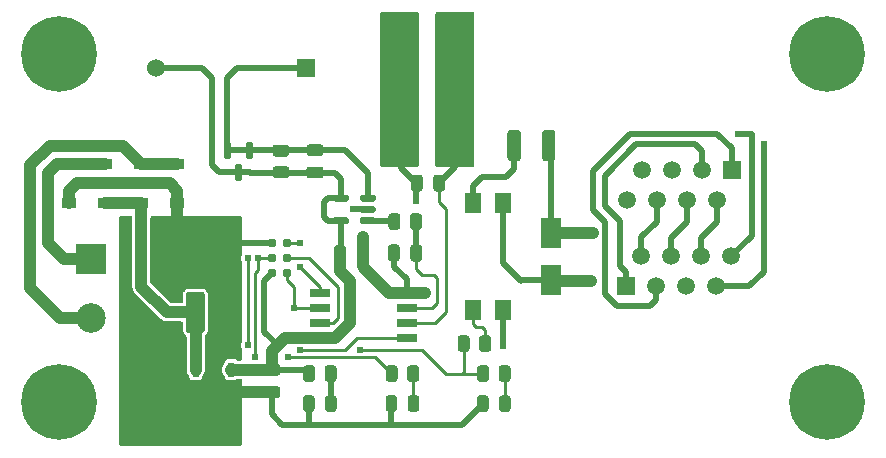
<source format=gtl>
G04 #@! TF.GenerationSoftware,KiCad,Pcbnew,6.0.2+dfsg-1*
G04 #@! TF.CreationDate,2024-04-05T20:58:32-06:00*
G04 #@! TF.ProjectId,mss-crossover,6d73732d-6372-46f7-9373-6f7665722e6b,rev?*
G04 #@! TF.SameCoordinates,Original*
G04 #@! TF.FileFunction,Copper,L1,Top*
G04 #@! TF.FilePolarity,Positive*
%FSLAX46Y46*%
G04 Gerber Fmt 4.6, Leading zero omitted, Abs format (unit mm)*
G04 Created by KiCad (PCBNEW 6.0.2+dfsg-1) date 2024-04-05 20:58:32*
%MOMM*%
%LPD*%
G01*
G04 APERTURE LIST*
G04 #@! TA.AperFunction,SMDPad,CuDef*
%ADD10R,1.800000X2.500000*%
G04 #@! TD*
G04 #@! TA.AperFunction,ComponentPad*
%ADD11C,6.400000*%
G04 #@! TD*
G04 #@! TA.AperFunction,ComponentPad*
%ADD12R,1.500000X1.500000*%
G04 #@! TD*
G04 #@! TA.AperFunction,ComponentPad*
%ADD13C,1.500000*%
G04 #@! TD*
G04 #@! TA.AperFunction,SMDPad,CuDef*
%ADD14R,1.200000X0.900000*%
G04 #@! TD*
G04 #@! TA.AperFunction,ComponentPad*
%ADD15R,2.500000X2.500000*%
G04 #@! TD*
G04 #@! TA.AperFunction,ComponentPad*
%ADD16C,2.500000*%
G04 #@! TD*
G04 #@! TA.AperFunction,SMDPad,CuDef*
%ADD17R,1.700000X0.650000*%
G04 #@! TD*
G04 #@! TA.AperFunction,SMDPad,CuDef*
%ADD18R,0.550000X1.300000*%
G04 #@! TD*
G04 #@! TA.AperFunction,ComponentPad*
%ADD19R,1.524000X1.524000*%
G04 #@! TD*
G04 #@! TA.AperFunction,ComponentPad*
%ADD20C,1.524000*%
G04 #@! TD*
G04 #@! TA.AperFunction,ConnectorPad*
%ADD21C,0.787400*%
G04 #@! TD*
G04 #@! TA.AperFunction,SMDPad,CuDef*
%ADD22R,1.397000X1.701800*%
G04 #@! TD*
G04 #@! TA.AperFunction,ViaPad*
%ADD23C,0.609600*%
G04 #@! TD*
G04 #@! TA.AperFunction,Conductor*
%ADD24C,1.016000*%
G04 #@! TD*
G04 #@! TA.AperFunction,Conductor*
%ADD25C,0.508000*%
G04 #@! TD*
G04 #@! TA.AperFunction,Conductor*
%ADD26C,0.635000*%
G04 #@! TD*
G04 #@! TA.AperFunction,Conductor*
%ADD27C,0.254000*%
G04 #@! TD*
G04 APERTURE END LIST*
G04 #@! TA.AperFunction,SMDPad,CuDef*
G36*
G01*
X53033000Y-175354000D02*
X53033000Y-174404000D01*
G75*
G02*
X53283000Y-174154000I250000J0D01*
G01*
X53783000Y-174154000D01*
G75*
G02*
X54033000Y-174404000I0J-250000D01*
G01*
X54033000Y-175354000D01*
G75*
G02*
X53783000Y-175604000I-250000J0D01*
G01*
X53283000Y-175604000D01*
G75*
G02*
X53033000Y-175354000I0J250000D01*
G01*
G37*
G04 #@! TD.AperFunction*
G04 #@! TA.AperFunction,SMDPad,CuDef*
G36*
G01*
X54933000Y-175354000D02*
X54933000Y-174404000D01*
G75*
G02*
X55183000Y-174154000I250000J0D01*
G01*
X55683000Y-174154000D01*
G75*
G02*
X55933000Y-174404000I0J-250000D01*
G01*
X55933000Y-175354000D01*
G75*
G02*
X55683000Y-175604000I-250000J0D01*
G01*
X55183000Y-175604000D01*
G75*
G02*
X54933000Y-175354000I0J250000D01*
G01*
G37*
G04 #@! TD.AperFunction*
D10*
X71374000Y-173133000D03*
X71374000Y-177133000D03*
G04 #@! TA.AperFunction,SMDPad,CuDef*
G36*
G01*
X57376000Y-185489000D02*
X57376000Y-184589000D01*
G75*
G02*
X57626000Y-184339000I250000J0D01*
G01*
X58151000Y-184339000D01*
G75*
G02*
X58401000Y-184589000I0J-250000D01*
G01*
X58401000Y-185489000D01*
G75*
G02*
X58151000Y-185739000I-250000J0D01*
G01*
X57626000Y-185739000D01*
G75*
G02*
X57376000Y-185489000I0J250000D01*
G01*
G37*
G04 #@! TD.AperFunction*
G04 #@! TA.AperFunction,SMDPad,CuDef*
G36*
G01*
X59201000Y-185489000D02*
X59201000Y-184589000D01*
G75*
G02*
X59451000Y-184339000I250000J0D01*
G01*
X59976000Y-184339000D01*
G75*
G02*
X60226000Y-184589000I0J-250000D01*
G01*
X60226000Y-185489000D01*
G75*
G02*
X59976000Y-185739000I-250000J0D01*
G01*
X59451000Y-185739000D01*
G75*
G02*
X59201000Y-185489000I0J250000D01*
G01*
G37*
G04 #@! TD.AperFunction*
D11*
X94742000Y-187452000D03*
D12*
X86705500Y-167787000D03*
D13*
X85435500Y-170327000D03*
X84165500Y-167787000D03*
X82895500Y-170327000D03*
X81625500Y-167787000D03*
X80355500Y-170327000D03*
X79085500Y-167787000D03*
X77815500Y-170327000D03*
G04 #@! TA.AperFunction,SMDPad,CuDef*
G36*
G01*
X66322000Y-182049000D02*
X66322000Y-182949000D01*
G75*
G02*
X66072000Y-183199000I-250000J0D01*
G01*
X65547000Y-183199000D01*
G75*
G02*
X65297000Y-182949000I0J250000D01*
G01*
X65297000Y-182049000D01*
G75*
G02*
X65547000Y-181799000I250000J0D01*
G01*
X66072000Y-181799000D01*
G75*
G02*
X66322000Y-182049000I0J-250000D01*
G01*
G37*
G04 #@! TD.AperFunction*
G04 #@! TA.AperFunction,SMDPad,CuDef*
G36*
G01*
X64497000Y-182049000D02*
X64497000Y-182949000D01*
G75*
G02*
X64247000Y-183199000I-250000J0D01*
G01*
X63722000Y-183199000D01*
G75*
G02*
X63472000Y-182949000I0J250000D01*
G01*
X63472000Y-182049000D01*
G75*
G02*
X63722000Y-181799000I250000J0D01*
G01*
X64247000Y-181799000D01*
G75*
G02*
X64497000Y-182049000I0J-250000D01*
G01*
G37*
G04 #@! TD.AperFunction*
G04 #@! TA.AperFunction,SMDPad,CuDef*
G36*
G01*
X50391000Y-188035250D02*
X50391000Y-187122750D01*
G75*
G02*
X50634750Y-186879000I243750J0D01*
G01*
X51122250Y-186879000D01*
G75*
G02*
X51366000Y-187122750I0J-243750D01*
G01*
X51366000Y-188035250D01*
G75*
G02*
X51122250Y-188279000I-243750J0D01*
G01*
X50634750Y-188279000D01*
G75*
G02*
X50391000Y-188035250I0J243750D01*
G01*
G37*
G04 #@! TD.AperFunction*
G04 #@! TA.AperFunction,SMDPad,CuDef*
G36*
G01*
X52266000Y-188035250D02*
X52266000Y-187122750D01*
G75*
G02*
X52509750Y-186879000I243750J0D01*
G01*
X52997250Y-186879000D01*
G75*
G02*
X53241000Y-187122750I0J-243750D01*
G01*
X53241000Y-188035250D01*
G75*
G02*
X52997250Y-188279000I-243750J0D01*
G01*
X52509750Y-188279000D01*
G75*
G02*
X52266000Y-188035250I0J243750D01*
G01*
G37*
G04 #@! TD.AperFunction*
G04 #@! TA.AperFunction,SMDPad,CuDef*
G36*
G01*
X53241000Y-184589000D02*
X53241000Y-185489000D01*
G75*
G02*
X52991000Y-185739000I-250000J0D01*
G01*
X52466000Y-185739000D01*
G75*
G02*
X52216000Y-185489000I0J250000D01*
G01*
X52216000Y-184589000D01*
G75*
G02*
X52466000Y-184339000I250000J0D01*
G01*
X52991000Y-184339000D01*
G75*
G02*
X53241000Y-184589000I0J-250000D01*
G01*
G37*
G04 #@! TD.AperFunction*
G04 #@! TA.AperFunction,SMDPad,CuDef*
G36*
G01*
X51416000Y-184589000D02*
X51416000Y-185489000D01*
G75*
G02*
X51166000Y-185739000I-250000J0D01*
G01*
X50641000Y-185739000D01*
G75*
G02*
X50391000Y-185489000I0J250000D01*
G01*
X50391000Y-184589000D01*
G75*
G02*
X50641000Y-184339000I250000J0D01*
G01*
X51166000Y-184339000D01*
G75*
G02*
X51416000Y-184589000I0J-250000D01*
G01*
G37*
G04 #@! TD.AperFunction*
D11*
X94742000Y-157988000D03*
D14*
X36703000Y-170560000D03*
X36703000Y-167260000D03*
D12*
X77759500Y-177653000D03*
D13*
X79029500Y-175113000D03*
X80299500Y-177653000D03*
X81569500Y-175113000D03*
X82839500Y-177653000D03*
X84109500Y-175113000D03*
X85379500Y-177653000D03*
X86649500Y-175113000D03*
G04 #@! TA.AperFunction,SMDPad,CuDef*
G36*
G01*
X57376000Y-188035250D02*
X57376000Y-187122750D01*
G75*
G02*
X57619750Y-186879000I243750J0D01*
G01*
X58107250Y-186879000D01*
G75*
G02*
X58351000Y-187122750I0J-243750D01*
G01*
X58351000Y-188035250D01*
G75*
G02*
X58107250Y-188279000I-243750J0D01*
G01*
X57619750Y-188279000D01*
G75*
G02*
X57376000Y-188035250I0J243750D01*
G01*
G37*
G04 #@! TD.AperFunction*
G04 #@! TA.AperFunction,SMDPad,CuDef*
G36*
G01*
X59251000Y-188035250D02*
X59251000Y-187122750D01*
G75*
G02*
X59494750Y-186879000I243750J0D01*
G01*
X59982250Y-186879000D01*
G75*
G02*
X60226000Y-187122750I0J-243750D01*
G01*
X60226000Y-188035250D01*
G75*
G02*
X59982250Y-188279000I-243750J0D01*
G01*
X59494750Y-188279000D01*
G75*
G02*
X59251000Y-188035250I0J243750D01*
G01*
G37*
G04 #@! TD.AperFunction*
G04 #@! TA.AperFunction,SMDPad,CuDef*
G36*
G01*
X62410000Y-168435000D02*
X62410000Y-169385000D01*
G75*
G02*
X62160000Y-169635000I-250000J0D01*
G01*
X61660000Y-169635000D01*
G75*
G02*
X61410000Y-169385000I0J250000D01*
G01*
X61410000Y-168435000D01*
G75*
G02*
X61660000Y-168185000I250000J0D01*
G01*
X62160000Y-168185000D01*
G75*
G02*
X62410000Y-168435000I0J-250000D01*
G01*
G37*
G04 #@! TD.AperFunction*
G04 #@! TA.AperFunction,SMDPad,CuDef*
G36*
G01*
X60510000Y-168435000D02*
X60510000Y-169385000D01*
G75*
G02*
X60260000Y-169635000I-250000J0D01*
G01*
X59760000Y-169635000D01*
G75*
G02*
X59510000Y-169385000I0J250000D01*
G01*
X59510000Y-168435000D01*
G75*
G02*
X59760000Y-168185000I250000J0D01*
G01*
X60260000Y-168185000D01*
G75*
G02*
X60510000Y-168435000I0J-250000D01*
G01*
G37*
G04 #@! TD.AperFunction*
G04 #@! TA.AperFunction,SMDPad,CuDef*
G36*
G01*
X71748000Y-164660000D02*
X71748000Y-166810000D01*
G75*
G02*
X71498000Y-167060000I-250000J0D01*
G01*
X70873000Y-167060000D01*
G75*
G02*
X70623000Y-166810000I0J250000D01*
G01*
X70623000Y-164660000D01*
G75*
G02*
X70873000Y-164410000I250000J0D01*
G01*
X71498000Y-164410000D01*
G75*
G02*
X71748000Y-164660000I0J-250000D01*
G01*
G37*
G04 #@! TD.AperFunction*
G04 #@! TA.AperFunction,SMDPad,CuDef*
G36*
G01*
X68823000Y-164660000D02*
X68823000Y-166810000D01*
G75*
G02*
X68573000Y-167060000I-250000J0D01*
G01*
X67948000Y-167060000D01*
G75*
G02*
X67698000Y-166810000I0J250000D01*
G01*
X67698000Y-164660000D01*
G75*
G02*
X67948000Y-164410000I250000J0D01*
G01*
X68573000Y-164410000D01*
G75*
G02*
X68823000Y-164660000I0J-250000D01*
G01*
G37*
G04 #@! TD.AperFunction*
D15*
X32466000Y-175300000D03*
D16*
X32466000Y-180300000D03*
D17*
X59149000Y-181991000D03*
X59149000Y-180721000D03*
X59149000Y-179451000D03*
X59149000Y-178181000D03*
X51849000Y-178181000D03*
X51849000Y-179451000D03*
X51849000Y-180721000D03*
X51849000Y-181991000D03*
G04 #@! TA.AperFunction,SMDPad,CuDef*
G36*
G01*
X48964000Y-168496000D02*
X48064000Y-168496000D01*
G75*
G02*
X47814000Y-168246000I0J250000D01*
G01*
X47814000Y-167721000D01*
G75*
G02*
X48064000Y-167471000I250000J0D01*
G01*
X48964000Y-167471000D01*
G75*
G02*
X49214000Y-167721000I0J-250000D01*
G01*
X49214000Y-168246000D01*
G75*
G02*
X48964000Y-168496000I-250000J0D01*
G01*
G37*
G04 #@! TD.AperFunction*
G04 #@! TA.AperFunction,SMDPad,CuDef*
G36*
G01*
X48964000Y-166671000D02*
X48064000Y-166671000D01*
G75*
G02*
X47814000Y-166421000I0J250000D01*
G01*
X47814000Y-165896000D01*
G75*
G02*
X48064000Y-165646000I250000J0D01*
G01*
X48964000Y-165646000D01*
G75*
G02*
X49214000Y-165896000I0J-250000D01*
G01*
X49214000Y-166421000D01*
G75*
G02*
X48964000Y-166671000I-250000J0D01*
G01*
G37*
G04 #@! TD.AperFunction*
D14*
X30607000Y-167260000D03*
X30607000Y-170560000D03*
D18*
X44299000Y-184697500D03*
G04 #@! TA.AperFunction,SMDPad,CuDef*
G36*
X41874000Y-188647500D02*
G01*
X41874000Y-186047500D01*
X42399000Y-185522500D01*
X42399000Y-184047500D01*
X43199000Y-184047500D01*
X43199000Y-185522500D01*
X43724000Y-186047500D01*
X43724000Y-188647500D01*
X41874000Y-188647500D01*
G37*
G04 #@! TD.AperFunction*
X41299000Y-184697500D03*
G04 #@! TA.AperFunction,SMDPad,CuDef*
G36*
G01*
X47277000Y-184224000D02*
X48227000Y-184224000D01*
G75*
G02*
X48477000Y-184474000I0J-250000D01*
G01*
X48477000Y-184974000D01*
G75*
G02*
X48227000Y-185224000I-250000J0D01*
G01*
X47277000Y-185224000D01*
G75*
G02*
X47027000Y-184974000I0J250000D01*
G01*
X47027000Y-184474000D01*
G75*
G02*
X47277000Y-184224000I250000J0D01*
G01*
G37*
G04 #@! TD.AperFunction*
G04 #@! TA.AperFunction,SMDPad,CuDef*
G36*
G01*
X47277000Y-186124000D02*
X48227000Y-186124000D01*
G75*
G02*
X48477000Y-186374000I0J-250000D01*
G01*
X48477000Y-186874000D01*
G75*
G02*
X48227000Y-187124000I-250000J0D01*
G01*
X47277000Y-187124000D01*
G75*
G02*
X47027000Y-186874000I0J250000D01*
G01*
X47027000Y-186374000D01*
G75*
G02*
X47277000Y-186124000I250000J0D01*
G01*
G37*
G04 #@! TD.AperFunction*
G04 #@! TA.AperFunction,SMDPad,CuDef*
G36*
G01*
X41825000Y-181615000D02*
X40725000Y-181615000D01*
G75*
G02*
X40475000Y-181365000I0J250000D01*
G01*
X40475000Y-178365000D01*
G75*
G02*
X40725000Y-178115000I250000J0D01*
G01*
X41825000Y-178115000D01*
G75*
G02*
X42075000Y-178365000I0J-250000D01*
G01*
X42075000Y-181365000D01*
G75*
G02*
X41825000Y-181615000I-250000J0D01*
G01*
G37*
G04 #@! TD.AperFunction*
G04 #@! TA.AperFunction,SMDPad,CuDef*
G36*
G01*
X41825000Y-176215000D02*
X40725000Y-176215000D01*
G75*
G02*
X40475000Y-175965000I0J250000D01*
G01*
X40475000Y-172965000D01*
G75*
G02*
X40725000Y-172715000I250000J0D01*
G01*
X41825000Y-172715000D01*
G75*
G02*
X42075000Y-172965000I0J-250000D01*
G01*
X42075000Y-175965000D01*
G75*
G02*
X41825000Y-176215000I-250000J0D01*
G01*
G37*
G04 #@! TD.AperFunction*
G04 #@! TA.AperFunction,SMDPad,CuDef*
G36*
G01*
X50923250Y-165621000D02*
X51873250Y-165621000D01*
G75*
G02*
X52123250Y-165871000I0J-250000D01*
G01*
X52123250Y-166371000D01*
G75*
G02*
X51873250Y-166621000I-250000J0D01*
G01*
X50923250Y-166621000D01*
G75*
G02*
X50673250Y-166371000I0J250000D01*
G01*
X50673250Y-165871000D01*
G75*
G02*
X50923250Y-165621000I250000J0D01*
G01*
G37*
G04 #@! TD.AperFunction*
G04 #@! TA.AperFunction,SMDPad,CuDef*
G36*
G01*
X50923250Y-167521000D02*
X51873250Y-167521000D01*
G75*
G02*
X52123250Y-167771000I0J-250000D01*
G01*
X52123250Y-168271000D01*
G75*
G02*
X51873250Y-168521000I-250000J0D01*
G01*
X50923250Y-168521000D01*
G75*
G02*
X50673250Y-168271000I0J250000D01*
G01*
X50673250Y-167771000D01*
G75*
G02*
X50923250Y-167521000I250000J0D01*
G01*
G37*
G04 #@! TD.AperFunction*
G04 #@! TA.AperFunction,SMDPad,CuDef*
G36*
G01*
X60456500Y-171717250D02*
X60456500Y-172617250D01*
G75*
G02*
X60206500Y-172867250I-250000J0D01*
G01*
X59681500Y-172867250D01*
G75*
G02*
X59431500Y-172617250I0J250000D01*
G01*
X59431500Y-171717250D01*
G75*
G02*
X59681500Y-171467250I250000J0D01*
G01*
X60206500Y-171467250D01*
G75*
G02*
X60456500Y-171717250I0J-250000D01*
G01*
G37*
G04 #@! TD.AperFunction*
G04 #@! TA.AperFunction,SMDPad,CuDef*
G36*
G01*
X58631500Y-171717250D02*
X58631500Y-172617250D01*
G75*
G02*
X58381500Y-172867250I-250000J0D01*
G01*
X57856500Y-172867250D01*
G75*
G02*
X57606500Y-172617250I0J250000D01*
G01*
X57606500Y-171717250D01*
G75*
G02*
X57856500Y-171467250I250000J0D01*
G01*
X58381500Y-171467250D01*
G75*
G02*
X58631500Y-171717250I0J-250000D01*
G01*
G37*
G04 #@! TD.AperFunction*
D11*
X29718000Y-187452000D03*
X29718000Y-157988000D03*
D14*
X33655000Y-170560000D03*
X33655000Y-167260000D03*
D19*
X50607000Y-159192000D03*
D20*
X37907000Y-159192000D03*
D14*
X39751000Y-167260000D03*
X39751000Y-170560000D03*
G04 #@! TA.AperFunction,SMDPad,CuDef*
G36*
G01*
X45721250Y-165396000D02*
X46021250Y-165396000D01*
G75*
G02*
X46171250Y-165546000I0J-150000D01*
G01*
X46171250Y-166721000D01*
G75*
G02*
X46021250Y-166871000I-150000J0D01*
G01*
X45721250Y-166871000D01*
G75*
G02*
X45571250Y-166721000I0J150000D01*
G01*
X45571250Y-165546000D01*
G75*
G02*
X45721250Y-165396000I150000J0D01*
G01*
G37*
G04 #@! TD.AperFunction*
G04 #@! TA.AperFunction,SMDPad,CuDef*
G36*
G01*
X43821250Y-165396000D02*
X44121250Y-165396000D01*
G75*
G02*
X44271250Y-165546000I0J-150000D01*
G01*
X44271250Y-166721000D01*
G75*
G02*
X44121250Y-166871000I-150000J0D01*
G01*
X43821250Y-166871000D01*
G75*
G02*
X43671250Y-166721000I0J150000D01*
G01*
X43671250Y-165546000D01*
G75*
G02*
X43821250Y-165396000I150000J0D01*
G01*
G37*
G04 #@! TD.AperFunction*
G04 #@! TA.AperFunction,SMDPad,CuDef*
G36*
G01*
X44771250Y-167271000D02*
X45071250Y-167271000D01*
G75*
G02*
X45221250Y-167421000I0J-150000D01*
G01*
X45221250Y-168596000D01*
G75*
G02*
X45071250Y-168746000I-150000J0D01*
G01*
X44771250Y-168746000D01*
G75*
G02*
X44621250Y-168596000I0J150000D01*
G01*
X44621250Y-167421000D01*
G75*
G02*
X44771250Y-167271000I150000J0D01*
G01*
G37*
G04 #@! TD.AperFunction*
G04 #@! TA.AperFunction,SMDPad,CuDef*
G36*
G01*
X56531500Y-171935000D02*
X56531500Y-172235000D01*
G75*
G02*
X56381500Y-172385000I-150000J0D01*
G01*
X55356500Y-172385000D01*
G75*
G02*
X55206500Y-172235000I0J150000D01*
G01*
X55206500Y-171935000D01*
G75*
G02*
X55356500Y-171785000I150000J0D01*
G01*
X56381500Y-171785000D01*
G75*
G02*
X56531500Y-171935000I0J-150000D01*
G01*
G37*
G04 #@! TD.AperFunction*
G04 #@! TA.AperFunction,SMDPad,CuDef*
G36*
G01*
X56531500Y-170985000D02*
X56531500Y-171285000D01*
G75*
G02*
X56381500Y-171435000I-150000J0D01*
G01*
X55356500Y-171435000D01*
G75*
G02*
X55206500Y-171285000I0J150000D01*
G01*
X55206500Y-170985000D01*
G75*
G02*
X55356500Y-170835000I150000J0D01*
G01*
X56381500Y-170835000D01*
G75*
G02*
X56531500Y-170985000I0J-150000D01*
G01*
G37*
G04 #@! TD.AperFunction*
G04 #@! TA.AperFunction,SMDPad,CuDef*
G36*
G01*
X56531500Y-170035000D02*
X56531500Y-170335000D01*
G75*
G02*
X56381500Y-170485000I-150000J0D01*
G01*
X55356500Y-170485000D01*
G75*
G02*
X55206500Y-170335000I0J150000D01*
G01*
X55206500Y-170035000D01*
G75*
G02*
X55356500Y-169885000I150000J0D01*
G01*
X56381500Y-169885000D01*
G75*
G02*
X56531500Y-170035000I0J-150000D01*
G01*
G37*
G04 #@! TD.AperFunction*
G04 #@! TA.AperFunction,SMDPad,CuDef*
G36*
G01*
X54256500Y-170035000D02*
X54256500Y-170335000D01*
G75*
G02*
X54106500Y-170485000I-150000J0D01*
G01*
X53081500Y-170485000D01*
G75*
G02*
X52931500Y-170335000I0J150000D01*
G01*
X52931500Y-170035000D01*
G75*
G02*
X53081500Y-169885000I150000J0D01*
G01*
X54106500Y-169885000D01*
G75*
G02*
X54256500Y-170035000I0J-150000D01*
G01*
G37*
G04 #@! TD.AperFunction*
G04 #@! TA.AperFunction,SMDPad,CuDef*
G36*
G01*
X54256500Y-171935000D02*
X54256500Y-172235000D01*
G75*
G02*
X54106500Y-172385000I-150000J0D01*
G01*
X53081500Y-172385000D01*
G75*
G02*
X52931500Y-172235000I0J150000D01*
G01*
X52931500Y-171935000D01*
G75*
G02*
X53081500Y-171785000I150000J0D01*
G01*
X54106500Y-171785000D01*
G75*
G02*
X54256500Y-171935000I0J-150000D01*
G01*
G37*
G04 #@! TD.AperFunction*
D21*
X49022000Y-176530000D03*
X47752000Y-176530000D03*
X49022000Y-175260000D03*
X47752000Y-175260000D03*
X49022000Y-173990000D03*
X47752000Y-173990000D03*
G04 #@! TA.AperFunction,SMDPad,CuDef*
G36*
G01*
X60481500Y-174359250D02*
X60481500Y-175309250D01*
G75*
G02*
X60231500Y-175559250I-250000J0D01*
G01*
X59731500Y-175559250D01*
G75*
G02*
X59481500Y-175309250I0J250000D01*
G01*
X59481500Y-174359250D01*
G75*
G02*
X59731500Y-174109250I250000J0D01*
G01*
X60231500Y-174109250D01*
G75*
G02*
X60481500Y-174359250I0J-250000D01*
G01*
G37*
G04 #@! TD.AperFunction*
G04 #@! TA.AperFunction,SMDPad,CuDef*
G36*
G01*
X58581500Y-174359250D02*
X58581500Y-175309250D01*
G75*
G02*
X58331500Y-175559250I-250000J0D01*
G01*
X57831500Y-175559250D01*
G75*
G02*
X57581500Y-175309250I0J250000D01*
G01*
X57581500Y-174359250D01*
G75*
G02*
X57831500Y-174109250I250000J0D01*
G01*
X58331500Y-174109250D01*
G75*
G02*
X58581500Y-174359250I0J-250000D01*
G01*
G37*
G04 #@! TD.AperFunction*
G04 #@! TA.AperFunction,SMDPad,CuDef*
G36*
G01*
X65123000Y-185489000D02*
X65123000Y-184589000D01*
G75*
G02*
X65373000Y-184339000I250000J0D01*
G01*
X65898000Y-184339000D01*
G75*
G02*
X66148000Y-184589000I0J-250000D01*
G01*
X66148000Y-185489000D01*
G75*
G02*
X65898000Y-185739000I-250000J0D01*
G01*
X65373000Y-185739000D01*
G75*
G02*
X65123000Y-185489000I0J250000D01*
G01*
G37*
G04 #@! TD.AperFunction*
G04 #@! TA.AperFunction,SMDPad,CuDef*
G36*
G01*
X66948000Y-185489000D02*
X66948000Y-184589000D01*
G75*
G02*
X67198000Y-184339000I250000J0D01*
G01*
X67723000Y-184339000D01*
G75*
G02*
X67973000Y-184589000I0J-250000D01*
G01*
X67973000Y-185489000D01*
G75*
G02*
X67723000Y-185739000I-250000J0D01*
G01*
X67198000Y-185739000D01*
G75*
G02*
X66948000Y-185489000I0J250000D01*
G01*
G37*
G04 #@! TD.AperFunction*
G04 #@! TA.AperFunction,SMDPad,CuDef*
G36*
G01*
X65123000Y-188035250D02*
X65123000Y-187122750D01*
G75*
G02*
X65366750Y-186879000I243750J0D01*
G01*
X65854250Y-186879000D01*
G75*
G02*
X66098000Y-187122750I0J-243750D01*
G01*
X66098000Y-188035250D01*
G75*
G02*
X65854250Y-188279000I-243750J0D01*
G01*
X65366750Y-188279000D01*
G75*
G02*
X65123000Y-188035250I0J243750D01*
G01*
G37*
G04 #@! TD.AperFunction*
G04 #@! TA.AperFunction,SMDPad,CuDef*
G36*
G01*
X66998000Y-188035250D02*
X66998000Y-187122750D01*
G75*
G02*
X67241750Y-186879000I243750J0D01*
G01*
X67729250Y-186879000D01*
G75*
G02*
X67973000Y-187122750I0J-243750D01*
G01*
X67973000Y-188035250D01*
G75*
G02*
X67729250Y-188279000I-243750J0D01*
G01*
X67241750Y-188279000D01*
G75*
G02*
X66998000Y-188035250I0J243750D01*
G01*
G37*
G04 #@! TD.AperFunction*
D22*
X64770000Y-179641500D03*
X67310000Y-179641500D03*
X67310000Y-170624500D03*
X64770000Y-170624500D03*
G04 #@! TA.AperFunction,SMDPad,CuDef*
G36*
G01*
X63752000Y-157495000D02*
X62648000Y-157495000D01*
G75*
G02*
X62510000Y-157357000I0J138000D01*
G01*
X62510000Y-155533000D01*
G75*
G02*
X62648000Y-155395000I138000J0D01*
G01*
X63752000Y-155395000D01*
G75*
G02*
X63890000Y-155533000I0J-138000D01*
G01*
X63890000Y-157357000D01*
G75*
G02*
X63752000Y-157495000I-138000J0D01*
G01*
G37*
G04 #@! TD.AperFunction*
G04 #@! TA.AperFunction,SMDPad,CuDef*
G36*
G01*
X63752000Y-166595000D02*
X62648000Y-166595000D01*
G75*
G02*
X62510000Y-166457000I0J138000D01*
G01*
X62510000Y-164633000D01*
G75*
G02*
X62648000Y-164495000I138000J0D01*
G01*
X63752000Y-164495000D01*
G75*
G02*
X63890000Y-164633000I0J-138000D01*
G01*
X63890000Y-166457000D01*
G75*
G02*
X63752000Y-166595000I-138000J0D01*
G01*
G37*
G04 #@! TD.AperFunction*
G04 #@! TA.AperFunction,SMDPad,CuDef*
G36*
G01*
X59272000Y-157495000D02*
X58168000Y-157495000D01*
G75*
G02*
X58030000Y-157357000I0J138000D01*
G01*
X58030000Y-155533000D01*
G75*
G02*
X58168000Y-155395000I138000J0D01*
G01*
X59272000Y-155395000D01*
G75*
G02*
X59410000Y-155533000I0J-138000D01*
G01*
X59410000Y-157357000D01*
G75*
G02*
X59272000Y-157495000I-138000J0D01*
G01*
G37*
G04 #@! TD.AperFunction*
G04 #@! TA.AperFunction,SMDPad,CuDef*
G36*
G01*
X59272000Y-166595000D02*
X58168000Y-166595000D01*
G75*
G02*
X58030000Y-166457000I0J138000D01*
G01*
X58030000Y-164633000D01*
G75*
G02*
X58168000Y-164495000I138000J0D01*
G01*
X59272000Y-164495000D01*
G75*
G02*
X59410000Y-164633000I0J-138000D01*
G01*
X59410000Y-166457000D01*
G75*
G02*
X59272000Y-166595000I-138000J0D01*
G01*
G37*
G04 #@! TD.AperFunction*
D23*
X40894000Y-187325000D03*
X58674000Y-163830000D03*
X56769000Y-177292000D03*
X41783000Y-189484000D03*
X43180000Y-173609000D03*
X55433000Y-173493500D03*
X67310000Y-181705250D03*
X40894000Y-188214000D03*
X58674000Y-158242000D03*
X39370000Y-173609000D03*
X44704000Y-187325000D03*
X44704000Y-188214000D03*
X44704000Y-186436000D03*
X57594500Y-178117500D03*
X43815000Y-189484000D03*
X43180000Y-175387000D03*
X39370000Y-175387000D03*
X40894000Y-186436000D03*
X59944000Y-170434000D03*
X42799000Y-189484000D03*
X54604500Y-171135000D03*
X67310000Y-182721250D03*
X55880000Y-176403000D03*
X43180000Y-174498000D03*
X39370000Y-174498000D03*
X60706000Y-178181000D03*
X73406000Y-173101000D03*
X74930000Y-173101000D03*
X74168000Y-173101000D03*
X73914000Y-177165000D03*
X74787000Y-177165000D03*
X73025000Y-177165000D03*
X50165000Y-173990000D03*
X50165000Y-183007000D03*
X45720000Y-175260000D03*
X45720000Y-182626000D03*
X89408000Y-165608000D03*
X87249000Y-164719000D03*
X55245000Y-183007000D03*
X49657000Y-179451000D03*
X49149000Y-183642000D03*
X46609000Y-175260000D03*
X50165000Y-176022000D03*
X46355000Y-183642000D03*
D24*
X38895000Y-179865000D02*
X41275000Y-179865000D01*
X36703000Y-177673000D02*
X38895000Y-179865000D01*
X36703000Y-170560000D02*
X36703000Y-177673000D01*
X33655000Y-170560000D02*
X36703000Y-170560000D01*
X41299000Y-184697500D02*
X41299000Y-179889000D01*
D25*
X50800000Y-189357000D02*
X57785000Y-189357000D01*
D24*
X55433000Y-174879000D02*
X55433000Y-173493500D01*
X39751000Y-173228000D02*
X39370000Y-173609000D01*
D25*
X67310000Y-182721250D02*
X67310000Y-179736750D01*
X47752000Y-186624000D02*
X47752000Y-188468000D01*
D24*
X55626000Y-176149000D02*
X57594500Y-178117500D01*
D25*
X47752000Y-188468000D02*
X48641000Y-189357000D01*
X58674000Y-167640000D02*
X58674000Y-165591000D01*
D24*
X39751000Y-170560000D02*
X39751000Y-173228000D01*
D25*
X58081500Y-176003500D02*
X59149000Y-177071000D01*
D24*
X31242000Y-168910000D02*
X39116000Y-168910000D01*
D25*
X59944000Y-170434000D02*
X59944000Y-168976000D01*
X59149000Y-177071000D02*
X59149000Y-178181000D01*
X47752000Y-173990000D02*
X44577000Y-173990000D01*
D24*
X44262000Y-186624000D02*
X43942000Y-186944000D01*
X57594500Y-178117500D02*
X57658000Y-178181000D01*
D25*
X59944000Y-168910000D02*
X58674000Y-167640000D01*
D24*
X57658000Y-178181000D02*
X59149000Y-178181000D01*
X30607000Y-170560000D02*
X30607000Y-169545000D01*
D25*
X63832500Y-189357000D02*
X65610500Y-187579000D01*
D24*
X39751000Y-169545000D02*
X39751000Y-170560000D01*
D25*
X50878500Y-187579000D02*
X50878500Y-189278500D01*
D24*
X39116000Y-168910000D02*
X39751000Y-169545000D01*
D25*
X57863500Y-189278500D02*
X57785000Y-189357000D01*
D26*
X44196000Y-173609000D02*
X44577000Y-173990000D01*
D24*
X47752000Y-186624000D02*
X44262000Y-186624000D01*
D25*
X50878500Y-189278500D02*
X50800000Y-189357000D01*
D24*
X55626000Y-176149000D02*
X55433000Y-175956000D01*
D26*
X43180000Y-173609000D02*
X44196000Y-173609000D01*
D24*
X55433000Y-175956000D02*
X55433000Y-174879000D01*
D25*
X58081500Y-174834250D02*
X58081500Y-176003500D01*
X54604500Y-171135000D02*
X55869000Y-171135000D01*
D24*
X60706000Y-178181000D02*
X57658000Y-178181000D01*
D25*
X57863500Y-187579000D02*
X57863500Y-189278500D01*
D24*
X30607000Y-169545000D02*
X31242000Y-168910000D01*
D25*
X57785000Y-189357000D02*
X63832500Y-189357000D01*
X48641000Y-189357000D02*
X50800000Y-189357000D01*
X42672000Y-160020000D02*
X42672000Y-167386000D01*
X50588500Y-184724000D02*
X50903500Y-185039000D01*
X52506500Y-172085000D02*
X52191500Y-171770000D01*
X47117000Y-181483000D02*
X48260000Y-182626000D01*
X51398250Y-168021000D02*
X45883750Y-168021000D01*
X53594000Y-170185000D02*
X53594000Y-168529000D01*
D24*
X54356000Y-177165000D02*
X53533000Y-176342000D01*
D25*
X37907000Y-159192000D02*
X41844000Y-159192000D01*
X53594000Y-172085000D02*
X53594000Y-174818000D01*
X43294500Y-168008500D02*
X44921250Y-168008500D01*
D24*
X47283500Y-184697500D02*
X47725500Y-184697500D01*
X53533000Y-176342000D02*
X53533000Y-174879000D01*
D25*
X47117000Y-177165000D02*
X47117000Y-181483000D01*
D24*
X44299000Y-184697500D02*
X47283500Y-184697500D01*
D25*
X52191500Y-171770000D02*
X52191500Y-170500000D01*
D24*
X48895000Y-181991000D02*
X51849000Y-181991000D01*
D25*
X52506500Y-170185000D02*
X53594000Y-170185000D01*
D24*
X47752000Y-184724000D02*
X47752000Y-183134000D01*
D25*
X52191500Y-170500000D02*
X52506500Y-170185000D01*
X42672000Y-167386000D02*
X43294500Y-168008500D01*
D24*
X48260000Y-182626000D02*
X48895000Y-181991000D01*
X47752000Y-183134000D02*
X48260000Y-182626000D01*
D25*
X45883750Y-168021000D02*
X45871250Y-168008500D01*
D24*
X47725500Y-184697500D02*
X47752000Y-184724000D01*
D25*
X47752000Y-176530000D02*
X47117000Y-177165000D01*
X53594000Y-168529000D02*
X53086000Y-168021000D01*
X53594000Y-172085000D02*
X52506500Y-172085000D01*
D24*
X51849000Y-181991000D02*
X53125600Y-181991000D01*
X53125600Y-181991000D02*
X54356000Y-180760600D01*
D25*
X44969750Y-168008500D02*
X45871250Y-168008500D01*
X47752000Y-184724000D02*
X50588500Y-184724000D01*
D24*
X54356000Y-180760600D02*
X54356000Y-177165000D01*
D25*
X53086000Y-168021000D02*
X51398250Y-168021000D01*
X41844000Y-159192000D02*
X42672000Y-160020000D01*
D27*
X59149000Y-179451000D02*
X61341000Y-179451000D01*
X61745200Y-179046800D02*
X61745200Y-176934200D01*
D25*
X59944000Y-172167250D02*
X59944000Y-174796750D01*
D27*
X61341000Y-179451000D02*
X61745200Y-179046800D01*
X59981500Y-176186500D02*
X59981500Y-174834250D01*
X61468000Y-176657000D02*
X60452000Y-176657000D01*
X61745200Y-176934200D02*
X61468000Y-176657000D01*
X60452000Y-176657000D02*
X59981500Y-176186500D01*
D24*
X28829000Y-168021000D02*
X28829000Y-173990000D01*
X30139000Y-175300000D02*
X32466000Y-175300000D01*
X29590000Y-167260000D02*
X28829000Y-168021000D01*
X30607000Y-167259000D02*
X30608000Y-167260000D01*
X30607000Y-167260000D02*
X30607000Y-167259000D01*
X30608000Y-167260000D02*
X33655000Y-167260000D01*
X28829000Y-173990000D02*
X30139000Y-175300000D01*
X30607000Y-167260000D02*
X29590000Y-167260000D01*
X28956000Y-165735000D02*
X35178000Y-165735000D01*
X27305000Y-167386000D02*
X28956000Y-165735000D01*
X32466000Y-180300000D02*
X29805000Y-180300000D01*
X35178000Y-165735000D02*
X36703000Y-167260000D01*
X29805000Y-180300000D02*
X27305000Y-177800000D01*
X36703000Y-167260000D02*
X39751000Y-167260000D01*
X27305000Y-177800000D02*
X27305000Y-167386000D01*
D25*
X63246000Y-167574000D02*
X63246000Y-165591000D01*
D27*
X59149000Y-180721000D02*
X61595000Y-180721000D01*
D25*
X61910000Y-168910000D02*
X63246000Y-167574000D01*
D27*
X61595000Y-180721000D02*
X62484000Y-179832000D01*
X61910000Y-170495000D02*
X61910000Y-168910000D01*
X62484000Y-179832000D02*
X62484000Y-171069000D01*
X62484000Y-171069000D02*
X61910000Y-170495000D01*
D25*
X52728500Y-185039000D02*
X52728500Y-187554000D01*
D24*
X74930000Y-173101000D02*
X71406000Y-173101000D01*
D25*
X71374000Y-165923500D02*
X71374000Y-173133000D01*
X81569500Y-173573500D02*
X82895500Y-172247500D01*
X81569500Y-175113000D02*
X81569500Y-173573500D01*
X82895500Y-170327000D02*
X82895500Y-172247500D01*
D24*
X73025000Y-177165000D02*
X71263000Y-177165000D01*
D25*
X67310000Y-170624500D02*
X67310000Y-175641000D01*
X68834000Y-177165000D02*
X68866000Y-177133000D01*
X68866000Y-177133000D02*
X71374000Y-177133000D01*
D24*
X73914000Y-177165000D02*
X73025000Y-177165000D01*
X74787000Y-177165000D02*
X73914000Y-177165000D01*
D25*
X67310000Y-175641000D02*
X68834000Y-177165000D01*
X65532000Y-168402000D02*
X67564000Y-168402000D01*
X64770000Y-169164000D02*
X65532000Y-168402000D01*
X68260500Y-167705500D02*
X68260500Y-165735000D01*
X67564000Y-168402000D02*
X68260500Y-167705500D01*
X64770000Y-170624500D02*
X64770000Y-169164000D01*
D27*
X53340000Y-180340000D02*
X53340000Y-177673000D01*
X52959000Y-180721000D02*
X53340000Y-180340000D01*
X50927000Y-175260000D02*
X49022000Y-175260000D01*
X51849000Y-180721000D02*
X52959000Y-180721000D01*
X53340000Y-177673000D02*
X50927000Y-175260000D01*
X45720000Y-175260000D02*
X45720000Y-182626000D01*
X54991000Y-181991000D02*
X59149000Y-181991000D01*
X50165000Y-183007000D02*
X53975000Y-183007000D01*
X53975000Y-183007000D02*
X54991000Y-181991000D01*
X49022000Y-173990000D02*
X50165000Y-173990000D01*
D25*
X77759500Y-176438500D02*
X77216000Y-175895000D01*
X83566000Y-165608000D02*
X84165500Y-166207500D01*
X84165500Y-166207500D02*
X84165500Y-167787000D01*
X75946000Y-168275000D02*
X78613000Y-165608000D01*
X78613000Y-165608000D02*
X83566000Y-165608000D01*
X77216000Y-175895000D02*
X77216000Y-172085000D01*
X77759500Y-177653000D02*
X77759500Y-176438500D01*
X75946000Y-170815000D02*
X75946000Y-168275000D01*
X77216000Y-172085000D02*
X75946000Y-170815000D01*
X79029500Y-173510000D02*
X79029500Y-175113000D01*
X80355500Y-170327000D02*
X80355500Y-172184000D01*
X80355500Y-172184000D02*
X79029500Y-173510000D01*
X75946000Y-178308000D02*
X75946000Y-172212000D01*
X86705500Y-165953500D02*
X86705500Y-167787000D01*
X74930000Y-167894000D02*
X78105000Y-164719000D01*
X80299500Y-177653000D02*
X80299500Y-178780500D01*
X76962000Y-179324000D02*
X75946000Y-178308000D01*
X75946000Y-172212000D02*
X74930000Y-171196000D01*
X85471000Y-164719000D02*
X86705500Y-165953500D01*
X80299500Y-178780500D02*
X79756000Y-179324000D01*
X78105000Y-164719000D02*
X85471000Y-164719000D01*
X79756000Y-179324000D02*
X76962000Y-179324000D01*
X74930000Y-171196000D02*
X74930000Y-167894000D01*
X85435500Y-170327000D02*
X85435500Y-172247500D01*
X84109500Y-173573500D02*
X84109500Y-175113000D01*
X85435500Y-172247500D02*
X84109500Y-173573500D01*
X89408000Y-176403000D02*
X88158000Y-177653000D01*
X88158000Y-177653000D02*
X85379500Y-177653000D01*
X89408000Y-176403000D02*
X89408000Y-165608000D01*
X88392000Y-173370500D02*
X88392000Y-164719000D01*
X86649500Y-175113000D02*
X88392000Y-173370500D01*
X87249000Y-164719000D02*
X88392000Y-164719000D01*
X55869000Y-172085000D02*
X58036750Y-172085000D01*
X44770000Y-159192000D02*
X43971250Y-159990750D01*
X50607000Y-159192000D02*
X44770000Y-159192000D01*
X43971250Y-159990750D02*
X43971250Y-166133500D01*
X51398250Y-166121000D02*
X53980000Y-166121000D01*
X43971250Y-166133500D02*
X44686500Y-166133500D01*
X51398250Y-166121000D02*
X44699000Y-166121000D01*
X55880000Y-170174000D02*
X55869000Y-170185000D01*
X53980000Y-166121000D02*
X55880000Y-168021000D01*
X44686500Y-166133500D02*
X44699000Y-166121000D01*
X55880000Y-168021000D02*
X55880000Y-170174000D01*
D27*
X67460500Y-185039000D02*
X67460500Y-187554000D01*
X59713500Y-185039000D02*
X59713500Y-187554000D01*
X65532000Y-181102000D02*
X65809500Y-181379500D01*
X65024000Y-181102000D02*
X65532000Y-181102000D01*
X64770000Y-180848000D02*
X65024000Y-181102000D01*
X65809500Y-181379500D02*
X65809500Y-182499000D01*
X64770000Y-179641500D02*
X64770000Y-180848000D01*
X60452000Y-183007000D02*
X62484000Y-185039000D01*
X63984500Y-184935500D02*
X63881000Y-185039000D01*
X62484000Y-185039000D02*
X63881000Y-185039000D01*
X49657000Y-177721775D02*
X49022000Y-177086775D01*
X49022000Y-177086775D02*
X49022000Y-176530000D01*
X49657000Y-179451000D02*
X49657000Y-177721775D01*
X63984500Y-182499000D02*
X63984500Y-184935500D01*
X55245000Y-183007000D02*
X60452000Y-183007000D01*
X63881000Y-185039000D02*
X65635500Y-185039000D01*
X49657000Y-179451000D02*
X51849000Y-179451000D01*
X46609000Y-176276000D02*
X46355000Y-176530000D01*
X56491500Y-183642000D02*
X57888500Y-185039000D01*
X49149000Y-183642000D02*
X56491500Y-183642000D01*
X51849000Y-177706000D02*
X51849000Y-178181000D01*
X50165000Y-176022000D02*
X51849000Y-177706000D01*
X46355000Y-176530000D02*
X46355000Y-183642000D01*
X47752000Y-175260000D02*
X46609000Y-175260000D01*
X46609000Y-175260000D02*
X46609000Y-176276000D01*
G04 #@! TA.AperFunction,Conductor*
G36*
X60140121Y-154452002D02*
G01*
X60186614Y-154505658D01*
X60198000Y-154558000D01*
X60198000Y-167387000D01*
X60177998Y-167455121D01*
X60124342Y-167501614D01*
X60072000Y-167513000D01*
X57022000Y-167513000D01*
X56953879Y-167492998D01*
X56907386Y-167439342D01*
X56896000Y-167387000D01*
X56896000Y-154558000D01*
X56916002Y-154489879D01*
X56969658Y-154443386D01*
X57022000Y-154432000D01*
X60072000Y-154432000D01*
X60140121Y-154452002D01*
G37*
G04 #@! TD.AperFunction*
G04 #@! TA.AperFunction,Conductor*
G36*
X35882621Y-171724002D02*
G01*
X35929114Y-171777658D01*
X35940500Y-171830000D01*
X35940500Y-177605624D01*
X35939067Y-177624574D01*
X35936876Y-177638973D01*
X35936876Y-177638979D01*
X35935776Y-177646208D01*
X35936369Y-177653500D01*
X35936369Y-177653503D01*
X35940085Y-177699183D01*
X35940500Y-177709398D01*
X35940500Y-177717525D01*
X35943811Y-177745924D01*
X35944238Y-177750244D01*
X35950191Y-177823426D01*
X35952447Y-177830388D01*
X35953643Y-177836376D01*
X35955051Y-177842333D01*
X35955899Y-177849607D01*
X35958397Y-177856489D01*
X35958398Y-177856493D01*
X35980945Y-177918607D01*
X35982355Y-177922711D01*
X36004987Y-177992575D01*
X36008787Y-177998838D01*
X36011325Y-178004380D01*
X36014067Y-178009856D01*
X36016566Y-178016741D01*
X36020581Y-178022865D01*
X36056815Y-178078132D01*
X36059130Y-178081800D01*
X36097227Y-178144581D01*
X36100941Y-178148786D01*
X36100943Y-178148789D01*
X36104667Y-178153005D01*
X36104638Y-178153031D01*
X36107238Y-178155962D01*
X36110042Y-178159316D01*
X36114054Y-178165435D01*
X36119366Y-178170467D01*
X36170586Y-178218988D01*
X36173028Y-178221366D01*
X38308190Y-180356528D01*
X38320577Y-180370941D01*
X38333546Y-180388564D01*
X38339129Y-180393307D01*
X38374055Y-180422979D01*
X38381571Y-180429909D01*
X38387315Y-180435653D01*
X38390189Y-180437927D01*
X38390196Y-180437933D01*
X38409711Y-180453372D01*
X38413115Y-180456163D01*
X38463472Y-180498945D01*
X38463476Y-180498948D01*
X38469051Y-180503684D01*
X38475568Y-180507012D01*
X38480632Y-180510389D01*
X38485856Y-180513616D01*
X38491600Y-180518160D01*
X38498231Y-180521259D01*
X38558082Y-180549232D01*
X38562033Y-180551163D01*
X38627404Y-180584543D01*
X38634519Y-180586284D01*
X38640265Y-180588421D01*
X38646048Y-180590345D01*
X38652679Y-180593444D01*
X38724557Y-180608394D01*
X38728829Y-180609361D01*
X38800112Y-180626804D01*
X38805711Y-180627151D01*
X38805715Y-180627152D01*
X38811330Y-180627500D01*
X38811328Y-180627539D01*
X38815229Y-180627772D01*
X38819588Y-180628161D01*
X38826756Y-180629652D01*
X38834073Y-180629454D01*
X38904577Y-180627546D01*
X38907986Y-180627500D01*
X40094500Y-180627500D01*
X40162621Y-180647502D01*
X40209114Y-180701158D01*
X40220500Y-180753500D01*
X40220500Y-181412756D01*
X40227202Y-181474448D01*
X40277929Y-181609764D01*
X40283309Y-181616943D01*
X40283311Y-181616946D01*
X40349287Y-181704977D01*
X40364596Y-181725404D01*
X40371776Y-181730785D01*
X40480236Y-181812071D01*
X40479061Y-181813639D01*
X40521152Y-181855821D01*
X40536500Y-181916088D01*
X40536500Y-184742025D01*
X40551899Y-184874107D01*
X40554395Y-184880984D01*
X40554396Y-184880987D01*
X40587292Y-184971613D01*
X40612566Y-185041241D01*
X40710054Y-185189935D01*
X40730155Y-185208977D01*
X40765852Y-185270344D01*
X40769501Y-185300448D01*
X40769501Y-185372566D01*
X40784266Y-185446801D01*
X40840516Y-185530984D01*
X40924699Y-185587234D01*
X40998933Y-185602000D01*
X41298951Y-185602000D01*
X41599066Y-185601999D01*
X41634818Y-185594888D01*
X41661126Y-185589656D01*
X41661128Y-185589655D01*
X41673301Y-185587234D01*
X41683621Y-185580339D01*
X41683622Y-185580338D01*
X41747168Y-185537877D01*
X41757484Y-185530984D01*
X41813734Y-185446801D01*
X41828500Y-185372567D01*
X41828500Y-185298263D01*
X41848502Y-185230142D01*
X41858475Y-185216684D01*
X41932945Y-185129028D01*
X41932948Y-185129024D01*
X41937684Y-185123449D01*
X42018543Y-184965096D01*
X42060804Y-184792388D01*
X42061500Y-184781170D01*
X42061500Y-181881292D01*
X42081502Y-181813171D01*
X42111935Y-181780466D01*
X42178224Y-181730785D01*
X42185404Y-181725404D01*
X42200713Y-181704977D01*
X42266689Y-181616946D01*
X42266691Y-181616943D01*
X42272071Y-181609764D01*
X42322798Y-181474448D01*
X42329500Y-181412756D01*
X42329500Y-178317244D01*
X42322798Y-178255552D01*
X42309523Y-178220139D01*
X42289015Y-178165435D01*
X42272071Y-178120236D01*
X42266691Y-178113057D01*
X42266689Y-178113054D01*
X42190785Y-178011776D01*
X42185404Y-178004596D01*
X42160076Y-177985614D01*
X42076946Y-177923311D01*
X42076943Y-177923309D01*
X42069764Y-177917929D01*
X41980046Y-177884296D01*
X41941843Y-177869974D01*
X41941841Y-177869974D01*
X41934448Y-177867202D01*
X41926598Y-177866349D01*
X41926597Y-177866349D01*
X41876153Y-177860869D01*
X41876152Y-177860869D01*
X41872756Y-177860500D01*
X40677244Y-177860500D01*
X40673848Y-177860869D01*
X40673847Y-177860869D01*
X40623403Y-177866349D01*
X40623402Y-177866349D01*
X40615552Y-177867202D01*
X40608159Y-177869974D01*
X40608157Y-177869974D01*
X40569954Y-177884296D01*
X40480236Y-177917929D01*
X40473057Y-177923309D01*
X40473054Y-177923311D01*
X40389924Y-177985614D01*
X40364596Y-178004596D01*
X40359215Y-178011776D01*
X40283311Y-178113054D01*
X40283309Y-178113057D01*
X40277929Y-178120236D01*
X40260985Y-178165435D01*
X40240478Y-178220139D01*
X40227202Y-178255552D01*
X40220500Y-178317244D01*
X40220500Y-178976500D01*
X40200498Y-179044621D01*
X40146842Y-179091114D01*
X40094500Y-179102500D01*
X39263027Y-179102500D01*
X39194906Y-179082498D01*
X39173932Y-179065595D01*
X37502405Y-177394067D01*
X37468379Y-177331755D01*
X37465500Y-177304972D01*
X37465500Y-171830000D01*
X37485502Y-171761879D01*
X37539158Y-171715386D01*
X37591500Y-171704000D01*
X45086000Y-171704000D01*
X45154121Y-171724002D01*
X45200614Y-171777658D01*
X45212000Y-171830000D01*
X45212000Y-174999835D01*
X45202409Y-175048053D01*
X45178256Y-175106364D01*
X45175096Y-175113993D01*
X45155874Y-175260000D01*
X45175096Y-175406007D01*
X45178256Y-175413635D01*
X45178256Y-175413636D01*
X45202409Y-175471947D01*
X45212000Y-175520165D01*
X45212000Y-182365835D01*
X45202409Y-182414053D01*
X45178256Y-182472364D01*
X45175096Y-182479993D01*
X45155874Y-182626000D01*
X45175096Y-182772007D01*
X45178256Y-182779635D01*
X45178256Y-182779636D01*
X45202409Y-182837947D01*
X45212000Y-182886165D01*
X45212000Y-183809000D01*
X45191998Y-183877121D01*
X45138342Y-183923614D01*
X45086000Y-183935000D01*
X44872262Y-183935000D01*
X44804141Y-183914998D01*
X44767499Y-183879004D01*
X44757484Y-183864016D01*
X44673301Y-183807766D01*
X44599067Y-183793000D01*
X44299049Y-183793000D01*
X43998934Y-183793001D01*
X43963182Y-183800112D01*
X43936874Y-183805344D01*
X43936872Y-183805345D01*
X43924699Y-183807766D01*
X43914379Y-183814661D01*
X43914378Y-183814662D01*
X43853985Y-183855016D01*
X43840516Y-183864016D01*
X43784266Y-183948199D01*
X43769500Y-184022433D01*
X43769500Y-184097476D01*
X43749498Y-184165597D01*
X43734975Y-184184126D01*
X43684286Y-184237635D01*
X43594981Y-184391384D01*
X43543442Y-184561554D01*
X43532432Y-184739016D01*
X43533672Y-184746232D01*
X43533672Y-184746234D01*
X43540640Y-184786783D01*
X43562543Y-184914251D01*
X43632159Y-185077859D01*
X43736752Y-185219985D01*
X43737546Y-185221064D01*
X43737361Y-185221200D01*
X43767481Y-185281249D01*
X43769501Y-185303721D01*
X43769501Y-185372566D01*
X43784266Y-185446801D01*
X43840516Y-185530984D01*
X43924699Y-185587234D01*
X43998933Y-185602000D01*
X44298951Y-185602000D01*
X44599066Y-185601999D01*
X44634818Y-185594888D01*
X44661126Y-185589656D01*
X44661128Y-185589655D01*
X44673301Y-185587234D01*
X44683621Y-185580339D01*
X44683622Y-185580338D01*
X44747168Y-185537877D01*
X44757484Y-185530984D01*
X44767498Y-185515997D01*
X44821974Y-185470470D01*
X44872262Y-185460000D01*
X45086000Y-185460000D01*
X45154121Y-185480002D01*
X45200614Y-185533658D01*
X45212000Y-185586000D01*
X45212000Y-191009000D01*
X45191998Y-191077121D01*
X45138342Y-191123614D01*
X45086000Y-191135000D01*
X34924000Y-191135000D01*
X34855879Y-191114998D01*
X34809386Y-191061342D01*
X34798000Y-191009000D01*
X34798000Y-171830000D01*
X34818002Y-171761879D01*
X34871658Y-171715386D01*
X34924000Y-171704000D01*
X35814500Y-171704000D01*
X35882621Y-171724002D01*
G37*
G04 #@! TD.AperFunction*
G04 #@! TA.AperFunction,Conductor*
G36*
X64839121Y-154452002D02*
G01*
X64885614Y-154505658D01*
X64897000Y-154558000D01*
X64897000Y-167387000D01*
X64876998Y-167455121D01*
X64823342Y-167501614D01*
X64771000Y-167513000D01*
X61721000Y-167513000D01*
X61652879Y-167492998D01*
X61606386Y-167439342D01*
X61595000Y-167387000D01*
X61595000Y-154558000D01*
X61615002Y-154489879D01*
X61668658Y-154443386D01*
X61721000Y-154432000D01*
X64771000Y-154432000D01*
X64839121Y-154452002D01*
G37*
G04 #@! TD.AperFunction*
M02*

</source>
